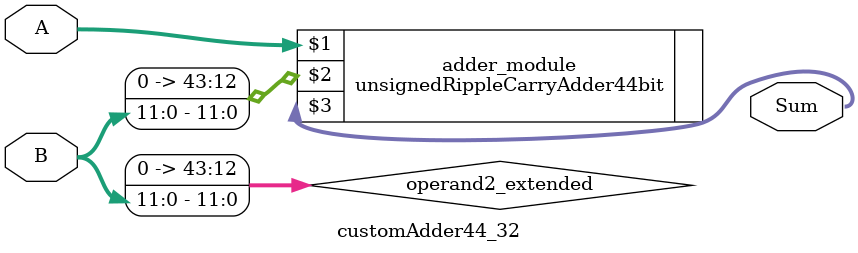
<source format=v>
module customAdder44_32(
                        input [43 : 0] A,
                        input [11 : 0] B,
                        
                        output [44 : 0] Sum
                );

        wire [43 : 0] operand2_extended;
        
        assign operand2_extended =  {32'b0, B};
        
        unsignedRippleCarryAdder44bit adder_module(
            A,
            operand2_extended,
            Sum
        );
        
        endmodule
        
</source>
